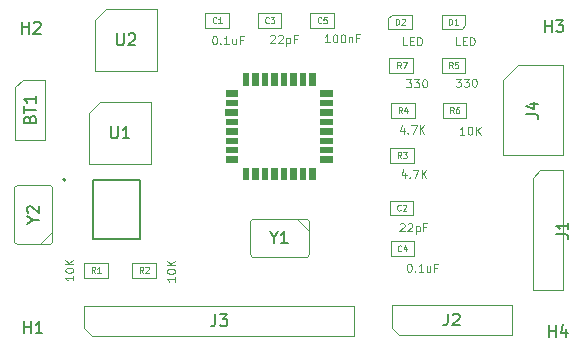
<source format=gbr>
%TF.GenerationSoftware,KiCad,Pcbnew,9.0.0*%
%TF.CreationDate,2025-05-30T17:35:02+05:30*%
%TF.ProjectId,MCU datalogger,4d435520-6461-4746-916c-6f676765722e,1*%
%TF.SameCoordinates,Original*%
%TF.FileFunction,AssemblyDrawing,Top*%
%FSLAX46Y46*%
G04 Gerber Fmt 4.6, Leading zero omitted, Abs format (unit mm)*
G04 Created by KiCad (PCBNEW 9.0.0) date 2025-05-30 17:35:02*
%MOMM*%
%LPD*%
G01*
G04 APERTURE LIST*
%ADD10C,0.150000*%
%ADD11C,0.100000*%
%ADD12C,0.080000*%
%ADD13C,0.010000*%
%ADD14C,0.127000*%
%ADD15C,0.200000*%
G04 APERTURE END LIST*
D10*
X65074895Y-89380219D02*
X65074895Y-88380219D01*
X65074895Y-88856409D02*
X65646323Y-88856409D01*
X65646323Y-89380219D02*
X65646323Y-88380219D01*
X66074895Y-88475457D02*
X66122514Y-88427838D01*
X66122514Y-88427838D02*
X66217752Y-88380219D01*
X66217752Y-88380219D02*
X66455847Y-88380219D01*
X66455847Y-88380219D02*
X66551085Y-88427838D01*
X66551085Y-88427838D02*
X66598704Y-88475457D01*
X66598704Y-88475457D02*
X66646323Y-88570695D01*
X66646323Y-88570695D02*
X66646323Y-88665933D01*
X66646323Y-88665933D02*
X66598704Y-88808790D01*
X66598704Y-88808790D02*
X66027276Y-89380219D01*
X66027276Y-89380219D02*
X66646323Y-89380219D01*
D11*
X91118666Y-90133033D02*
X90718666Y-90133033D01*
X90918666Y-90133033D02*
X90918666Y-89433033D01*
X90918666Y-89433033D02*
X90851999Y-89533033D01*
X90851999Y-89533033D02*
X90785333Y-89599700D01*
X90785333Y-89599700D02*
X90718666Y-89633033D01*
X91552000Y-89433033D02*
X91618666Y-89433033D01*
X91618666Y-89433033D02*
X91685333Y-89466366D01*
X91685333Y-89466366D02*
X91718666Y-89499700D01*
X91718666Y-89499700D02*
X91752000Y-89566366D01*
X91752000Y-89566366D02*
X91785333Y-89699700D01*
X91785333Y-89699700D02*
X91785333Y-89866366D01*
X91785333Y-89866366D02*
X91752000Y-89999700D01*
X91752000Y-89999700D02*
X91718666Y-90066366D01*
X91718666Y-90066366D02*
X91685333Y-90099700D01*
X91685333Y-90099700D02*
X91618666Y-90133033D01*
X91618666Y-90133033D02*
X91552000Y-90133033D01*
X91552000Y-90133033D02*
X91485333Y-90099700D01*
X91485333Y-90099700D02*
X91452000Y-90066366D01*
X91452000Y-90066366D02*
X91418666Y-89999700D01*
X91418666Y-89999700D02*
X91385333Y-89866366D01*
X91385333Y-89866366D02*
X91385333Y-89699700D01*
X91385333Y-89699700D02*
X91418666Y-89566366D01*
X91418666Y-89566366D02*
X91452000Y-89499700D01*
X91452000Y-89499700D02*
X91485333Y-89466366D01*
X91485333Y-89466366D02*
X91552000Y-89433033D01*
X92218667Y-89433033D02*
X92285333Y-89433033D01*
X92285333Y-89433033D02*
X92352000Y-89466366D01*
X92352000Y-89466366D02*
X92385333Y-89499700D01*
X92385333Y-89499700D02*
X92418667Y-89566366D01*
X92418667Y-89566366D02*
X92452000Y-89699700D01*
X92452000Y-89699700D02*
X92452000Y-89866366D01*
X92452000Y-89866366D02*
X92418667Y-89999700D01*
X92418667Y-89999700D02*
X92385333Y-90066366D01*
X92385333Y-90066366D02*
X92352000Y-90099700D01*
X92352000Y-90099700D02*
X92285333Y-90133033D01*
X92285333Y-90133033D02*
X92218667Y-90133033D01*
X92218667Y-90133033D02*
X92152000Y-90099700D01*
X92152000Y-90099700D02*
X92118667Y-90066366D01*
X92118667Y-90066366D02*
X92085333Y-89999700D01*
X92085333Y-89999700D02*
X92052000Y-89866366D01*
X92052000Y-89866366D02*
X92052000Y-89699700D01*
X92052000Y-89699700D02*
X92085333Y-89566366D01*
X92085333Y-89566366D02*
X92118667Y-89499700D01*
X92118667Y-89499700D02*
X92152000Y-89466366D01*
X92152000Y-89466366D02*
X92218667Y-89433033D01*
X92752000Y-89666366D02*
X92752000Y-90133033D01*
X92752000Y-89733033D02*
X92785334Y-89699700D01*
X92785334Y-89699700D02*
X92852000Y-89666366D01*
X92852000Y-89666366D02*
X92952000Y-89666366D01*
X92952000Y-89666366D02*
X93018667Y-89699700D01*
X93018667Y-89699700D02*
X93052000Y-89766366D01*
X93052000Y-89766366D02*
X93052000Y-90133033D01*
X93618667Y-89766366D02*
X93385333Y-89766366D01*
X93385333Y-90133033D02*
X93385333Y-89433033D01*
X93385333Y-89433033D02*
X93718667Y-89433033D01*
D12*
X90406666Y-88444530D02*
X90382857Y-88468340D01*
X90382857Y-88468340D02*
X90311428Y-88492149D01*
X90311428Y-88492149D02*
X90263809Y-88492149D01*
X90263809Y-88492149D02*
X90192381Y-88468340D01*
X90192381Y-88468340D02*
X90144762Y-88420720D01*
X90144762Y-88420720D02*
X90120952Y-88373101D01*
X90120952Y-88373101D02*
X90097143Y-88277863D01*
X90097143Y-88277863D02*
X90097143Y-88206435D01*
X90097143Y-88206435D02*
X90120952Y-88111197D01*
X90120952Y-88111197D02*
X90144762Y-88063578D01*
X90144762Y-88063578D02*
X90192381Y-88015959D01*
X90192381Y-88015959D02*
X90263809Y-87992149D01*
X90263809Y-87992149D02*
X90311428Y-87992149D01*
X90311428Y-87992149D02*
X90382857Y-88015959D01*
X90382857Y-88015959D02*
X90406666Y-88039768D01*
X90859047Y-87992149D02*
X90620952Y-87992149D01*
X90620952Y-87992149D02*
X90597143Y-88230244D01*
X90597143Y-88230244D02*
X90620952Y-88206435D01*
X90620952Y-88206435D02*
X90668571Y-88182625D01*
X90668571Y-88182625D02*
X90787619Y-88182625D01*
X90787619Y-88182625D02*
X90835238Y-88206435D01*
X90835238Y-88206435D02*
X90859047Y-88230244D01*
X90859047Y-88230244D02*
X90882857Y-88277863D01*
X90882857Y-88277863D02*
X90882857Y-88396911D01*
X90882857Y-88396911D02*
X90859047Y-88444530D01*
X90859047Y-88444530D02*
X90835238Y-88468340D01*
X90835238Y-88468340D02*
X90787619Y-88492149D01*
X90787619Y-88492149D02*
X90668571Y-88492149D01*
X90668571Y-88492149D02*
X90620952Y-88468340D01*
X90620952Y-88468340D02*
X90597143Y-88444530D01*
D11*
X97695600Y-90387033D02*
X97362266Y-90387033D01*
X97362266Y-90387033D02*
X97362266Y-89687033D01*
X97928933Y-90020366D02*
X98162267Y-90020366D01*
X98262267Y-90387033D02*
X97928933Y-90387033D01*
X97928933Y-90387033D02*
X97928933Y-89687033D01*
X97928933Y-89687033D02*
X98262267Y-89687033D01*
X98562266Y-90387033D02*
X98562266Y-89687033D01*
X98562266Y-89687033D02*
X98728933Y-89687033D01*
X98728933Y-89687033D02*
X98828933Y-89720366D01*
X98828933Y-89720366D02*
X98895600Y-89787033D01*
X98895600Y-89787033D02*
X98928933Y-89853700D01*
X98928933Y-89853700D02*
X98962266Y-89987033D01*
X98962266Y-89987033D02*
X98962266Y-90087033D01*
X98962266Y-90087033D02*
X98928933Y-90220366D01*
X98928933Y-90220366D02*
X98895600Y-90287033D01*
X98895600Y-90287033D02*
X98828933Y-90353700D01*
X98828933Y-90353700D02*
X98728933Y-90387033D01*
X98728933Y-90387033D02*
X98562266Y-90387033D01*
D12*
X96737452Y-88619149D02*
X96737452Y-88119149D01*
X96737452Y-88119149D02*
X96856500Y-88119149D01*
X96856500Y-88119149D02*
X96927928Y-88142959D01*
X96927928Y-88142959D02*
X96975547Y-88190578D01*
X96975547Y-88190578D02*
X96999357Y-88238197D01*
X96999357Y-88238197D02*
X97023166Y-88333435D01*
X97023166Y-88333435D02*
X97023166Y-88404863D01*
X97023166Y-88404863D02*
X96999357Y-88500101D01*
X96999357Y-88500101D02*
X96975547Y-88547720D01*
X96975547Y-88547720D02*
X96927928Y-88595340D01*
X96927928Y-88595340D02*
X96856500Y-88619149D01*
X96856500Y-88619149D02*
X96737452Y-88619149D01*
X97213643Y-88166768D02*
X97237452Y-88142959D01*
X97237452Y-88142959D02*
X97285071Y-88119149D01*
X97285071Y-88119149D02*
X97404119Y-88119149D01*
X97404119Y-88119149D02*
X97451738Y-88142959D01*
X97451738Y-88142959D02*
X97475547Y-88166768D01*
X97475547Y-88166768D02*
X97499357Y-88214387D01*
X97499357Y-88214387D02*
X97499357Y-88262006D01*
X97499357Y-88262006D02*
X97475547Y-88333435D01*
X97475547Y-88333435D02*
X97189833Y-88619149D01*
X97189833Y-88619149D02*
X97499357Y-88619149D01*
D10*
X65227295Y-114729419D02*
X65227295Y-113729419D01*
X65227295Y-114205609D02*
X65798723Y-114205609D01*
X65798723Y-114729419D02*
X65798723Y-113729419D01*
X66798723Y-114729419D02*
X66227295Y-114729419D01*
X66513009Y-114729419D02*
X66513009Y-113729419D01*
X66513009Y-113729419D02*
X66417771Y-113872276D01*
X66417771Y-113872276D02*
X66322533Y-113967514D01*
X66322533Y-113967514D02*
X66227295Y-114015133D01*
X109338095Y-89244819D02*
X109338095Y-88244819D01*
X109338095Y-88721009D02*
X109909523Y-88721009D01*
X109909523Y-89244819D02*
X109909523Y-88244819D01*
X110290476Y-88244819D02*
X110909523Y-88244819D01*
X110909523Y-88244819D02*
X110576190Y-88625771D01*
X110576190Y-88625771D02*
X110719047Y-88625771D01*
X110719047Y-88625771D02*
X110814285Y-88673390D01*
X110814285Y-88673390D02*
X110861904Y-88721009D01*
X110861904Y-88721009D02*
X110909523Y-88816247D01*
X110909523Y-88816247D02*
X110909523Y-89054342D01*
X110909523Y-89054342D02*
X110861904Y-89149580D01*
X110861904Y-89149580D02*
X110814285Y-89197200D01*
X110814285Y-89197200D02*
X110719047Y-89244819D01*
X110719047Y-89244819D02*
X110433333Y-89244819D01*
X110433333Y-89244819D02*
X110338095Y-89197200D01*
X110338095Y-89197200D02*
X110290476Y-89149580D01*
X109677295Y-115059619D02*
X109677295Y-114059619D01*
X109677295Y-114535809D02*
X110248723Y-114535809D01*
X110248723Y-115059619D02*
X110248723Y-114059619D01*
X111153485Y-114392952D02*
X111153485Y-115059619D01*
X110915390Y-114012000D02*
X110677295Y-114726285D01*
X110677295Y-114726285D02*
X111296342Y-114726285D01*
X66018628Y-105184190D02*
X66494819Y-105184190D01*
X65494819Y-105517523D02*
X66018628Y-105184190D01*
X66018628Y-105184190D02*
X65494819Y-104850857D01*
X65590057Y-104565142D02*
X65542438Y-104517523D01*
X65542438Y-104517523D02*
X65494819Y-104422285D01*
X65494819Y-104422285D02*
X65494819Y-104184190D01*
X65494819Y-104184190D02*
X65542438Y-104088952D01*
X65542438Y-104088952D02*
X65590057Y-104041333D01*
X65590057Y-104041333D02*
X65685295Y-103993714D01*
X65685295Y-103993714D02*
X65780533Y-103993714D01*
X65780533Y-103993714D02*
X65923390Y-104041333D01*
X65923390Y-104041333D02*
X66494819Y-104612761D01*
X66494819Y-104612761D02*
X66494819Y-103993714D01*
X86391809Y-106658628D02*
X86391809Y-107134819D01*
X86058476Y-106134819D02*
X86391809Y-106658628D01*
X86391809Y-106658628D02*
X86725142Y-106134819D01*
X87582285Y-107134819D02*
X87010857Y-107134819D01*
X87296571Y-107134819D02*
X87296571Y-106134819D01*
X87296571Y-106134819D02*
X87201333Y-106277676D01*
X87201333Y-106277676D02*
X87106095Y-106372914D01*
X87106095Y-106372914D02*
X87010857Y-106420533D01*
D11*
X69432033Y-109881133D02*
X69432033Y-110281133D01*
X69432033Y-110081133D02*
X68732033Y-110081133D01*
X68732033Y-110081133D02*
X68832033Y-110147800D01*
X68832033Y-110147800D02*
X68898700Y-110214467D01*
X68898700Y-110214467D02*
X68932033Y-110281133D01*
X68732033Y-109447800D02*
X68732033Y-109381133D01*
X68732033Y-109381133D02*
X68765366Y-109314466D01*
X68765366Y-109314466D02*
X68798700Y-109281133D01*
X68798700Y-109281133D02*
X68865366Y-109247800D01*
X68865366Y-109247800D02*
X68998700Y-109214466D01*
X68998700Y-109214466D02*
X69165366Y-109214466D01*
X69165366Y-109214466D02*
X69298700Y-109247800D01*
X69298700Y-109247800D02*
X69365366Y-109281133D01*
X69365366Y-109281133D02*
X69398700Y-109314466D01*
X69398700Y-109314466D02*
X69432033Y-109381133D01*
X69432033Y-109381133D02*
X69432033Y-109447800D01*
X69432033Y-109447800D02*
X69398700Y-109514466D01*
X69398700Y-109514466D02*
X69365366Y-109547800D01*
X69365366Y-109547800D02*
X69298700Y-109581133D01*
X69298700Y-109581133D02*
X69165366Y-109614466D01*
X69165366Y-109614466D02*
X68998700Y-109614466D01*
X68998700Y-109614466D02*
X68865366Y-109581133D01*
X68865366Y-109581133D02*
X68798700Y-109547800D01*
X68798700Y-109547800D02*
X68765366Y-109514466D01*
X68765366Y-109514466D02*
X68732033Y-109447800D01*
X69432033Y-108914466D02*
X68732033Y-108914466D01*
X69432033Y-108514466D02*
X69032033Y-108814466D01*
X68732033Y-108514466D02*
X69132033Y-108914466D01*
D12*
X71250666Y-109637649D02*
X71084000Y-109399554D01*
X70964952Y-109637649D02*
X70964952Y-109137649D01*
X70964952Y-109137649D02*
X71155428Y-109137649D01*
X71155428Y-109137649D02*
X71203047Y-109161459D01*
X71203047Y-109161459D02*
X71226857Y-109185268D01*
X71226857Y-109185268D02*
X71250666Y-109232887D01*
X71250666Y-109232887D02*
X71250666Y-109304316D01*
X71250666Y-109304316D02*
X71226857Y-109351935D01*
X71226857Y-109351935D02*
X71203047Y-109375744D01*
X71203047Y-109375744D02*
X71155428Y-109399554D01*
X71155428Y-109399554D02*
X70964952Y-109399554D01*
X71726857Y-109637649D02*
X71441143Y-109637649D01*
X71584000Y-109637649D02*
X71584000Y-109137649D01*
X71584000Y-109137649D02*
X71536381Y-109209078D01*
X71536381Y-109209078D02*
X71488762Y-109256697D01*
X71488762Y-109256697D02*
X71441143Y-109280506D01*
D11*
X97823600Y-108864033D02*
X97890266Y-108864033D01*
X97890266Y-108864033D02*
X97956933Y-108897366D01*
X97956933Y-108897366D02*
X97990266Y-108930700D01*
X97990266Y-108930700D02*
X98023600Y-108997366D01*
X98023600Y-108997366D02*
X98056933Y-109130700D01*
X98056933Y-109130700D02*
X98056933Y-109297366D01*
X98056933Y-109297366D02*
X98023600Y-109430700D01*
X98023600Y-109430700D02*
X97990266Y-109497366D01*
X97990266Y-109497366D02*
X97956933Y-109530700D01*
X97956933Y-109530700D02*
X97890266Y-109564033D01*
X97890266Y-109564033D02*
X97823600Y-109564033D01*
X97823600Y-109564033D02*
X97756933Y-109530700D01*
X97756933Y-109530700D02*
X97723600Y-109497366D01*
X97723600Y-109497366D02*
X97690266Y-109430700D01*
X97690266Y-109430700D02*
X97656933Y-109297366D01*
X97656933Y-109297366D02*
X97656933Y-109130700D01*
X97656933Y-109130700D02*
X97690266Y-108997366D01*
X97690266Y-108997366D02*
X97723600Y-108930700D01*
X97723600Y-108930700D02*
X97756933Y-108897366D01*
X97756933Y-108897366D02*
X97823600Y-108864033D01*
X98356933Y-109497366D02*
X98390267Y-109530700D01*
X98390267Y-109530700D02*
X98356933Y-109564033D01*
X98356933Y-109564033D02*
X98323600Y-109530700D01*
X98323600Y-109530700D02*
X98356933Y-109497366D01*
X98356933Y-109497366D02*
X98356933Y-109564033D01*
X99056933Y-109564033D02*
X98656933Y-109564033D01*
X98856933Y-109564033D02*
X98856933Y-108864033D01*
X98856933Y-108864033D02*
X98790266Y-108964033D01*
X98790266Y-108964033D02*
X98723600Y-109030700D01*
X98723600Y-109030700D02*
X98656933Y-109064033D01*
X99656933Y-109097366D02*
X99656933Y-109564033D01*
X99356933Y-109097366D02*
X99356933Y-109464033D01*
X99356933Y-109464033D02*
X99390267Y-109530700D01*
X99390267Y-109530700D02*
X99456933Y-109564033D01*
X99456933Y-109564033D02*
X99556933Y-109564033D01*
X99556933Y-109564033D02*
X99623600Y-109530700D01*
X99623600Y-109530700D02*
X99656933Y-109497366D01*
X100223600Y-109197366D02*
X99990266Y-109197366D01*
X99990266Y-109564033D02*
X99990266Y-108864033D01*
X99990266Y-108864033D02*
X100323600Y-108864033D01*
D12*
X97198666Y-107773930D02*
X97174857Y-107797740D01*
X97174857Y-107797740D02*
X97103428Y-107821549D01*
X97103428Y-107821549D02*
X97055809Y-107821549D01*
X97055809Y-107821549D02*
X96984381Y-107797740D01*
X96984381Y-107797740D02*
X96936762Y-107750120D01*
X96936762Y-107750120D02*
X96912952Y-107702501D01*
X96912952Y-107702501D02*
X96889143Y-107607263D01*
X96889143Y-107607263D02*
X96889143Y-107535835D01*
X96889143Y-107535835D02*
X96912952Y-107440597D01*
X96912952Y-107440597D02*
X96936762Y-107392978D01*
X96936762Y-107392978D02*
X96984381Y-107345359D01*
X96984381Y-107345359D02*
X97055809Y-107321549D01*
X97055809Y-107321549D02*
X97103428Y-107321549D01*
X97103428Y-107321549D02*
X97174857Y-107345359D01*
X97174857Y-107345359D02*
X97198666Y-107369168D01*
X97627238Y-107488216D02*
X97627238Y-107821549D01*
X97508190Y-107297740D02*
X97389143Y-107654882D01*
X97389143Y-107654882D02*
X97698666Y-107654882D01*
D11*
X97378133Y-97387966D02*
X97378133Y-97854633D01*
X97211467Y-97121300D02*
X97044800Y-97621300D01*
X97044800Y-97621300D02*
X97478133Y-97621300D01*
X97744800Y-97787966D02*
X97778134Y-97821300D01*
X97778134Y-97821300D02*
X97744800Y-97854633D01*
X97744800Y-97854633D02*
X97711467Y-97821300D01*
X97711467Y-97821300D02*
X97744800Y-97787966D01*
X97744800Y-97787966D02*
X97744800Y-97854633D01*
X98011467Y-97154633D02*
X98478133Y-97154633D01*
X98478133Y-97154633D02*
X98178133Y-97854633D01*
X98744800Y-97854633D02*
X98744800Y-97154633D01*
X99144800Y-97854633D02*
X98844800Y-97454633D01*
X99144800Y-97154633D02*
X98744800Y-97554633D01*
D12*
X97255166Y-96112149D02*
X97088500Y-95874054D01*
X96969452Y-96112149D02*
X96969452Y-95612149D01*
X96969452Y-95612149D02*
X97159928Y-95612149D01*
X97159928Y-95612149D02*
X97207547Y-95635959D01*
X97207547Y-95635959D02*
X97231357Y-95659768D01*
X97231357Y-95659768D02*
X97255166Y-95707387D01*
X97255166Y-95707387D02*
X97255166Y-95778816D01*
X97255166Y-95778816D02*
X97231357Y-95826435D01*
X97231357Y-95826435D02*
X97207547Y-95850244D01*
X97207547Y-95850244D02*
X97159928Y-95874054D01*
X97159928Y-95874054D02*
X96969452Y-95874054D01*
X97683738Y-95778816D02*
X97683738Y-96112149D01*
X97564690Y-95588340D02*
X97445643Y-95945482D01*
X97445643Y-95945482D02*
X97755166Y-95945482D01*
D11*
X97541833Y-101147166D02*
X97541833Y-101613833D01*
X97375167Y-100880500D02*
X97208500Y-101380500D01*
X97208500Y-101380500D02*
X97641833Y-101380500D01*
X97908500Y-101547166D02*
X97941834Y-101580500D01*
X97941834Y-101580500D02*
X97908500Y-101613833D01*
X97908500Y-101613833D02*
X97875167Y-101580500D01*
X97875167Y-101580500D02*
X97908500Y-101547166D01*
X97908500Y-101547166D02*
X97908500Y-101613833D01*
X98175167Y-100913833D02*
X98641833Y-100913833D01*
X98641833Y-100913833D02*
X98341833Y-101613833D01*
X98908500Y-101613833D02*
X98908500Y-100913833D01*
X99308500Y-101613833D02*
X99008500Y-101213833D01*
X99308500Y-100913833D02*
X98908500Y-101313833D01*
D12*
X97175166Y-99922149D02*
X97008500Y-99684054D01*
X96889452Y-99922149D02*
X96889452Y-99422149D01*
X96889452Y-99422149D02*
X97079928Y-99422149D01*
X97079928Y-99422149D02*
X97127547Y-99445959D01*
X97127547Y-99445959D02*
X97151357Y-99469768D01*
X97151357Y-99469768D02*
X97175166Y-99517387D01*
X97175166Y-99517387D02*
X97175166Y-99588816D01*
X97175166Y-99588816D02*
X97151357Y-99636435D01*
X97151357Y-99636435D02*
X97127547Y-99660244D01*
X97127547Y-99660244D02*
X97079928Y-99684054D01*
X97079928Y-99684054D02*
X96889452Y-99684054D01*
X97341833Y-99422149D02*
X97651357Y-99422149D01*
X97651357Y-99422149D02*
X97484690Y-99612625D01*
X97484690Y-99612625D02*
X97556119Y-99612625D01*
X97556119Y-99612625D02*
X97603738Y-99636435D01*
X97603738Y-99636435D02*
X97627547Y-99660244D01*
X97627547Y-99660244D02*
X97651357Y-99707863D01*
X97651357Y-99707863D02*
X97651357Y-99826911D01*
X97651357Y-99826911D02*
X97627547Y-99874530D01*
X97627547Y-99874530D02*
X97603738Y-99898340D01*
X97603738Y-99898340D02*
X97556119Y-99922149D01*
X97556119Y-99922149D02*
X97413262Y-99922149D01*
X97413262Y-99922149D02*
X97365643Y-99898340D01*
X97365643Y-99898340D02*
X97341833Y-99874530D01*
D10*
X110330819Y-106378333D02*
X111045104Y-106378333D01*
X111045104Y-106378333D02*
X111187961Y-106425952D01*
X111187961Y-106425952D02*
X111283200Y-106521190D01*
X111283200Y-106521190D02*
X111330819Y-106664047D01*
X111330819Y-106664047D02*
X111330819Y-106759285D01*
X111330819Y-105378333D02*
X111330819Y-105949761D01*
X111330819Y-105664047D02*
X110330819Y-105664047D01*
X110330819Y-105664047D02*
X110473676Y-105759285D01*
X110473676Y-105759285D02*
X110568914Y-105854523D01*
X110568914Y-105854523D02*
X110616533Y-105949761D01*
X107785819Y-96218333D02*
X108500104Y-96218333D01*
X108500104Y-96218333D02*
X108642961Y-96265952D01*
X108642961Y-96265952D02*
X108738200Y-96361190D01*
X108738200Y-96361190D02*
X108785819Y-96504047D01*
X108785819Y-96504047D02*
X108785819Y-96599285D01*
X108119152Y-95313571D02*
X108785819Y-95313571D01*
X107738200Y-95551666D02*
X108452485Y-95789761D01*
X108452485Y-95789761D02*
X108452485Y-95170714D01*
D11*
X81349200Y-89585433D02*
X81415866Y-89585433D01*
X81415866Y-89585433D02*
X81482533Y-89618766D01*
X81482533Y-89618766D02*
X81515866Y-89652100D01*
X81515866Y-89652100D02*
X81549200Y-89718766D01*
X81549200Y-89718766D02*
X81582533Y-89852100D01*
X81582533Y-89852100D02*
X81582533Y-90018766D01*
X81582533Y-90018766D02*
X81549200Y-90152100D01*
X81549200Y-90152100D02*
X81515866Y-90218766D01*
X81515866Y-90218766D02*
X81482533Y-90252100D01*
X81482533Y-90252100D02*
X81415866Y-90285433D01*
X81415866Y-90285433D02*
X81349200Y-90285433D01*
X81349200Y-90285433D02*
X81282533Y-90252100D01*
X81282533Y-90252100D02*
X81249200Y-90218766D01*
X81249200Y-90218766D02*
X81215866Y-90152100D01*
X81215866Y-90152100D02*
X81182533Y-90018766D01*
X81182533Y-90018766D02*
X81182533Y-89852100D01*
X81182533Y-89852100D02*
X81215866Y-89718766D01*
X81215866Y-89718766D02*
X81249200Y-89652100D01*
X81249200Y-89652100D02*
X81282533Y-89618766D01*
X81282533Y-89618766D02*
X81349200Y-89585433D01*
X81882533Y-90218766D02*
X81915867Y-90252100D01*
X81915867Y-90252100D02*
X81882533Y-90285433D01*
X81882533Y-90285433D02*
X81849200Y-90252100D01*
X81849200Y-90252100D02*
X81882533Y-90218766D01*
X81882533Y-90218766D02*
X81882533Y-90285433D01*
X82582533Y-90285433D02*
X82182533Y-90285433D01*
X82382533Y-90285433D02*
X82382533Y-89585433D01*
X82382533Y-89585433D02*
X82315866Y-89685433D01*
X82315866Y-89685433D02*
X82249200Y-89752100D01*
X82249200Y-89752100D02*
X82182533Y-89785433D01*
X83182533Y-89818766D02*
X83182533Y-90285433D01*
X82882533Y-89818766D02*
X82882533Y-90185433D01*
X82882533Y-90185433D02*
X82915867Y-90252100D01*
X82915867Y-90252100D02*
X82982533Y-90285433D01*
X82982533Y-90285433D02*
X83082533Y-90285433D01*
X83082533Y-90285433D02*
X83149200Y-90252100D01*
X83149200Y-90252100D02*
X83182533Y-90218766D01*
X83749200Y-89918766D02*
X83515866Y-89918766D01*
X83515866Y-90285433D02*
X83515866Y-89585433D01*
X83515866Y-89585433D02*
X83849200Y-89585433D01*
D12*
X81516666Y-88444530D02*
X81492857Y-88468340D01*
X81492857Y-88468340D02*
X81421428Y-88492149D01*
X81421428Y-88492149D02*
X81373809Y-88492149D01*
X81373809Y-88492149D02*
X81302381Y-88468340D01*
X81302381Y-88468340D02*
X81254762Y-88420720D01*
X81254762Y-88420720D02*
X81230952Y-88373101D01*
X81230952Y-88373101D02*
X81207143Y-88277863D01*
X81207143Y-88277863D02*
X81207143Y-88206435D01*
X81207143Y-88206435D02*
X81230952Y-88111197D01*
X81230952Y-88111197D02*
X81254762Y-88063578D01*
X81254762Y-88063578D02*
X81302381Y-88015959D01*
X81302381Y-88015959D02*
X81373809Y-87992149D01*
X81373809Y-87992149D02*
X81421428Y-87992149D01*
X81421428Y-87992149D02*
X81492857Y-88015959D01*
X81492857Y-88015959D02*
X81516666Y-88039768D01*
X81992857Y-88492149D02*
X81707143Y-88492149D01*
X81850000Y-88492149D02*
X81850000Y-87992149D01*
X81850000Y-87992149D02*
X81802381Y-88063578D01*
X81802381Y-88063578D02*
X81754762Y-88111197D01*
X81754762Y-88111197D02*
X81707143Y-88135006D01*
D11*
X101817600Y-93192233D02*
X102250933Y-93192233D01*
X102250933Y-93192233D02*
X102017600Y-93458900D01*
X102017600Y-93458900D02*
X102117600Y-93458900D01*
X102117600Y-93458900D02*
X102184266Y-93492233D01*
X102184266Y-93492233D02*
X102217600Y-93525566D01*
X102217600Y-93525566D02*
X102250933Y-93592233D01*
X102250933Y-93592233D02*
X102250933Y-93758900D01*
X102250933Y-93758900D02*
X102217600Y-93825566D01*
X102217600Y-93825566D02*
X102184266Y-93858900D01*
X102184266Y-93858900D02*
X102117600Y-93892233D01*
X102117600Y-93892233D02*
X101917600Y-93892233D01*
X101917600Y-93892233D02*
X101850933Y-93858900D01*
X101850933Y-93858900D02*
X101817600Y-93825566D01*
X102484267Y-93192233D02*
X102917600Y-93192233D01*
X102917600Y-93192233D02*
X102684267Y-93458900D01*
X102684267Y-93458900D02*
X102784267Y-93458900D01*
X102784267Y-93458900D02*
X102850933Y-93492233D01*
X102850933Y-93492233D02*
X102884267Y-93525566D01*
X102884267Y-93525566D02*
X102917600Y-93592233D01*
X102917600Y-93592233D02*
X102917600Y-93758900D01*
X102917600Y-93758900D02*
X102884267Y-93825566D01*
X102884267Y-93825566D02*
X102850933Y-93858900D01*
X102850933Y-93858900D02*
X102784267Y-93892233D01*
X102784267Y-93892233D02*
X102584267Y-93892233D01*
X102584267Y-93892233D02*
X102517600Y-93858900D01*
X102517600Y-93858900D02*
X102484267Y-93825566D01*
X103350934Y-93192233D02*
X103417600Y-93192233D01*
X103417600Y-93192233D02*
X103484267Y-93225566D01*
X103484267Y-93225566D02*
X103517600Y-93258900D01*
X103517600Y-93258900D02*
X103550934Y-93325566D01*
X103550934Y-93325566D02*
X103584267Y-93458900D01*
X103584267Y-93458900D02*
X103584267Y-93625566D01*
X103584267Y-93625566D02*
X103550934Y-93758900D01*
X103550934Y-93758900D02*
X103517600Y-93825566D01*
X103517600Y-93825566D02*
X103484267Y-93858900D01*
X103484267Y-93858900D02*
X103417600Y-93892233D01*
X103417600Y-93892233D02*
X103350934Y-93892233D01*
X103350934Y-93892233D02*
X103284267Y-93858900D01*
X103284267Y-93858900D02*
X103250934Y-93825566D01*
X103250934Y-93825566D02*
X103217600Y-93758900D01*
X103217600Y-93758900D02*
X103184267Y-93625566D01*
X103184267Y-93625566D02*
X103184267Y-93458900D01*
X103184267Y-93458900D02*
X103217600Y-93325566D01*
X103217600Y-93325566D02*
X103250934Y-93258900D01*
X103250934Y-93258900D02*
X103284267Y-93225566D01*
X103284267Y-93225566D02*
X103350934Y-93192233D01*
D12*
X101540166Y-92302149D02*
X101373500Y-92064054D01*
X101254452Y-92302149D02*
X101254452Y-91802149D01*
X101254452Y-91802149D02*
X101444928Y-91802149D01*
X101444928Y-91802149D02*
X101492547Y-91825959D01*
X101492547Y-91825959D02*
X101516357Y-91849768D01*
X101516357Y-91849768D02*
X101540166Y-91897387D01*
X101540166Y-91897387D02*
X101540166Y-91968816D01*
X101540166Y-91968816D02*
X101516357Y-92016435D01*
X101516357Y-92016435D02*
X101492547Y-92040244D01*
X101492547Y-92040244D02*
X101444928Y-92064054D01*
X101444928Y-92064054D02*
X101254452Y-92064054D01*
X101992547Y-91802149D02*
X101754452Y-91802149D01*
X101754452Y-91802149D02*
X101730643Y-92040244D01*
X101730643Y-92040244D02*
X101754452Y-92016435D01*
X101754452Y-92016435D02*
X101802071Y-91992625D01*
X101802071Y-91992625D02*
X101921119Y-91992625D01*
X101921119Y-91992625D02*
X101968738Y-92016435D01*
X101968738Y-92016435D02*
X101992547Y-92040244D01*
X101992547Y-92040244D02*
X102016357Y-92087863D01*
X102016357Y-92087863D02*
X102016357Y-92206911D01*
X102016357Y-92206911D02*
X101992547Y-92254530D01*
X101992547Y-92254530D02*
X101968738Y-92278340D01*
X101968738Y-92278340D02*
X101921119Y-92302149D01*
X101921119Y-92302149D02*
X101802071Y-92302149D01*
X101802071Y-92302149D02*
X101754452Y-92278340D01*
X101754452Y-92278340D02*
X101730643Y-92254530D01*
D11*
X102150000Y-90387033D02*
X101816666Y-90387033D01*
X101816666Y-90387033D02*
X101816666Y-89687033D01*
X102383333Y-90020366D02*
X102616667Y-90020366D01*
X102716667Y-90387033D02*
X102383333Y-90387033D01*
X102383333Y-90387033D02*
X102383333Y-89687033D01*
X102383333Y-89687033D02*
X102716667Y-89687033D01*
X103016666Y-90387033D02*
X103016666Y-89687033D01*
X103016666Y-89687033D02*
X103183333Y-89687033D01*
X103183333Y-89687033D02*
X103283333Y-89720366D01*
X103283333Y-89720366D02*
X103350000Y-89787033D01*
X103350000Y-89787033D02*
X103383333Y-89853700D01*
X103383333Y-89853700D02*
X103416666Y-89987033D01*
X103416666Y-89987033D02*
X103416666Y-90087033D01*
X103416666Y-90087033D02*
X103383333Y-90220366D01*
X103383333Y-90220366D02*
X103350000Y-90287033D01*
X103350000Y-90287033D02*
X103283333Y-90353700D01*
X103283333Y-90353700D02*
X103183333Y-90387033D01*
X103183333Y-90387033D02*
X103016666Y-90387033D01*
D12*
X101230952Y-88619149D02*
X101230952Y-88119149D01*
X101230952Y-88119149D02*
X101350000Y-88119149D01*
X101350000Y-88119149D02*
X101421428Y-88142959D01*
X101421428Y-88142959D02*
X101469047Y-88190578D01*
X101469047Y-88190578D02*
X101492857Y-88238197D01*
X101492857Y-88238197D02*
X101516666Y-88333435D01*
X101516666Y-88333435D02*
X101516666Y-88404863D01*
X101516666Y-88404863D02*
X101492857Y-88500101D01*
X101492857Y-88500101D02*
X101469047Y-88547720D01*
X101469047Y-88547720D02*
X101421428Y-88595340D01*
X101421428Y-88595340D02*
X101350000Y-88619149D01*
X101350000Y-88619149D02*
X101230952Y-88619149D01*
X101992857Y-88619149D02*
X101707143Y-88619149D01*
X101850000Y-88619149D02*
X101850000Y-88119149D01*
X101850000Y-88119149D02*
X101802381Y-88190578D01*
X101802381Y-88190578D02*
X101754762Y-88238197D01*
X101754762Y-88238197D02*
X101707143Y-88262006D01*
D10*
X101124266Y-113094419D02*
X101124266Y-113808704D01*
X101124266Y-113808704D02*
X101076647Y-113951561D01*
X101076647Y-113951561D02*
X100981409Y-114046800D01*
X100981409Y-114046800D02*
X100838552Y-114094419D01*
X100838552Y-114094419D02*
X100743314Y-114094419D01*
X101552838Y-113189657D02*
X101600457Y-113142038D01*
X101600457Y-113142038D02*
X101695695Y-113094419D01*
X101695695Y-113094419D02*
X101933790Y-113094419D01*
X101933790Y-113094419D02*
X102029028Y-113142038D01*
X102029028Y-113142038D02*
X102076647Y-113189657D01*
X102076647Y-113189657D02*
X102124266Y-113284895D01*
X102124266Y-113284895D02*
X102124266Y-113380133D01*
X102124266Y-113380133D02*
X102076647Y-113522990D01*
X102076647Y-113522990D02*
X101505219Y-114094419D01*
X101505219Y-114094419D02*
X102124266Y-114094419D01*
D11*
X86099000Y-89550500D02*
X86132333Y-89517166D01*
X86132333Y-89517166D02*
X86199000Y-89483833D01*
X86199000Y-89483833D02*
X86365667Y-89483833D01*
X86365667Y-89483833D02*
X86432333Y-89517166D01*
X86432333Y-89517166D02*
X86465667Y-89550500D01*
X86465667Y-89550500D02*
X86499000Y-89617166D01*
X86499000Y-89617166D02*
X86499000Y-89683833D01*
X86499000Y-89683833D02*
X86465667Y-89783833D01*
X86465667Y-89783833D02*
X86065667Y-90183833D01*
X86065667Y-90183833D02*
X86499000Y-90183833D01*
X86765667Y-89550500D02*
X86799000Y-89517166D01*
X86799000Y-89517166D02*
X86865667Y-89483833D01*
X86865667Y-89483833D02*
X87032334Y-89483833D01*
X87032334Y-89483833D02*
X87099000Y-89517166D01*
X87099000Y-89517166D02*
X87132334Y-89550500D01*
X87132334Y-89550500D02*
X87165667Y-89617166D01*
X87165667Y-89617166D02*
X87165667Y-89683833D01*
X87165667Y-89683833D02*
X87132334Y-89783833D01*
X87132334Y-89783833D02*
X86732334Y-90183833D01*
X86732334Y-90183833D02*
X87165667Y-90183833D01*
X87465667Y-89717166D02*
X87465667Y-90417166D01*
X87465667Y-89750500D02*
X87532334Y-89717166D01*
X87532334Y-89717166D02*
X87665667Y-89717166D01*
X87665667Y-89717166D02*
X87732334Y-89750500D01*
X87732334Y-89750500D02*
X87765667Y-89783833D01*
X87765667Y-89783833D02*
X87799001Y-89850500D01*
X87799001Y-89850500D02*
X87799001Y-90050500D01*
X87799001Y-90050500D02*
X87765667Y-90117166D01*
X87765667Y-90117166D02*
X87732334Y-90150500D01*
X87732334Y-90150500D02*
X87665667Y-90183833D01*
X87665667Y-90183833D02*
X87532334Y-90183833D01*
X87532334Y-90183833D02*
X87465667Y-90150500D01*
X88332334Y-89817166D02*
X88099000Y-89817166D01*
X88099000Y-90183833D02*
X88099000Y-89483833D01*
X88099000Y-89483833D02*
X88432334Y-89483833D01*
D12*
X85956666Y-88444530D02*
X85932857Y-88468340D01*
X85932857Y-88468340D02*
X85861428Y-88492149D01*
X85861428Y-88492149D02*
X85813809Y-88492149D01*
X85813809Y-88492149D02*
X85742381Y-88468340D01*
X85742381Y-88468340D02*
X85694762Y-88420720D01*
X85694762Y-88420720D02*
X85670952Y-88373101D01*
X85670952Y-88373101D02*
X85647143Y-88277863D01*
X85647143Y-88277863D02*
X85647143Y-88206435D01*
X85647143Y-88206435D02*
X85670952Y-88111197D01*
X85670952Y-88111197D02*
X85694762Y-88063578D01*
X85694762Y-88063578D02*
X85742381Y-88015959D01*
X85742381Y-88015959D02*
X85813809Y-87992149D01*
X85813809Y-87992149D02*
X85861428Y-87992149D01*
X85861428Y-87992149D02*
X85932857Y-88015959D01*
X85932857Y-88015959D02*
X85956666Y-88039768D01*
X86123333Y-87992149D02*
X86432857Y-87992149D01*
X86432857Y-87992149D02*
X86266190Y-88182625D01*
X86266190Y-88182625D02*
X86337619Y-88182625D01*
X86337619Y-88182625D02*
X86385238Y-88206435D01*
X86385238Y-88206435D02*
X86409047Y-88230244D01*
X86409047Y-88230244D02*
X86432857Y-88277863D01*
X86432857Y-88277863D02*
X86432857Y-88396911D01*
X86432857Y-88396911D02*
X86409047Y-88444530D01*
X86409047Y-88444530D02*
X86385238Y-88468340D01*
X86385238Y-88468340D02*
X86337619Y-88492149D01*
X86337619Y-88492149D02*
X86194762Y-88492149D01*
X86194762Y-88492149D02*
X86147143Y-88468340D01*
X86147143Y-88468340D02*
X86123333Y-88444530D01*
D10*
X72606192Y-97244819D02*
X72606192Y-98054342D01*
X72606192Y-98054342D02*
X72653811Y-98149580D01*
X72653811Y-98149580D02*
X72701430Y-98197200D01*
X72701430Y-98197200D02*
X72796668Y-98244819D01*
X72796668Y-98244819D02*
X72987144Y-98244819D01*
X72987144Y-98244819D02*
X73082382Y-98197200D01*
X73082382Y-98197200D02*
X73130001Y-98149580D01*
X73130001Y-98149580D02*
X73177620Y-98054342D01*
X73177620Y-98054342D02*
X73177620Y-97244819D01*
X74177620Y-98244819D02*
X73606192Y-98244819D01*
X73891906Y-98244819D02*
X73891906Y-97244819D01*
X73891906Y-97244819D02*
X73796668Y-97387676D01*
X73796668Y-97387676D02*
X73701430Y-97482914D01*
X73701430Y-97482914D02*
X73606192Y-97530533D01*
D11*
X97601200Y-93243033D02*
X98034533Y-93243033D01*
X98034533Y-93243033D02*
X97801200Y-93509700D01*
X97801200Y-93509700D02*
X97901200Y-93509700D01*
X97901200Y-93509700D02*
X97967866Y-93543033D01*
X97967866Y-93543033D02*
X98001200Y-93576366D01*
X98001200Y-93576366D02*
X98034533Y-93643033D01*
X98034533Y-93643033D02*
X98034533Y-93809700D01*
X98034533Y-93809700D02*
X98001200Y-93876366D01*
X98001200Y-93876366D02*
X97967866Y-93909700D01*
X97967866Y-93909700D02*
X97901200Y-93943033D01*
X97901200Y-93943033D02*
X97701200Y-93943033D01*
X97701200Y-93943033D02*
X97634533Y-93909700D01*
X97634533Y-93909700D02*
X97601200Y-93876366D01*
X98267867Y-93243033D02*
X98701200Y-93243033D01*
X98701200Y-93243033D02*
X98467867Y-93509700D01*
X98467867Y-93509700D02*
X98567867Y-93509700D01*
X98567867Y-93509700D02*
X98634533Y-93543033D01*
X98634533Y-93543033D02*
X98667867Y-93576366D01*
X98667867Y-93576366D02*
X98701200Y-93643033D01*
X98701200Y-93643033D02*
X98701200Y-93809700D01*
X98701200Y-93809700D02*
X98667867Y-93876366D01*
X98667867Y-93876366D02*
X98634533Y-93909700D01*
X98634533Y-93909700D02*
X98567867Y-93943033D01*
X98567867Y-93943033D02*
X98367867Y-93943033D01*
X98367867Y-93943033D02*
X98301200Y-93909700D01*
X98301200Y-93909700D02*
X98267867Y-93876366D01*
X99134534Y-93243033D02*
X99201200Y-93243033D01*
X99201200Y-93243033D02*
X99267867Y-93276366D01*
X99267867Y-93276366D02*
X99301200Y-93309700D01*
X99301200Y-93309700D02*
X99334534Y-93376366D01*
X99334534Y-93376366D02*
X99367867Y-93509700D01*
X99367867Y-93509700D02*
X99367867Y-93676366D01*
X99367867Y-93676366D02*
X99334534Y-93809700D01*
X99334534Y-93809700D02*
X99301200Y-93876366D01*
X99301200Y-93876366D02*
X99267867Y-93909700D01*
X99267867Y-93909700D02*
X99201200Y-93943033D01*
X99201200Y-93943033D02*
X99134534Y-93943033D01*
X99134534Y-93943033D02*
X99067867Y-93909700D01*
X99067867Y-93909700D02*
X99034534Y-93876366D01*
X99034534Y-93876366D02*
X99001200Y-93809700D01*
X99001200Y-93809700D02*
X98967867Y-93676366D01*
X98967867Y-93676366D02*
X98967867Y-93509700D01*
X98967867Y-93509700D02*
X99001200Y-93376366D01*
X99001200Y-93376366D02*
X99034534Y-93309700D01*
X99034534Y-93309700D02*
X99067867Y-93276366D01*
X99067867Y-93276366D02*
X99134534Y-93243033D01*
D12*
X97147866Y-92302149D02*
X96981200Y-92064054D01*
X96862152Y-92302149D02*
X96862152Y-91802149D01*
X96862152Y-91802149D02*
X97052628Y-91802149D01*
X97052628Y-91802149D02*
X97100247Y-91825959D01*
X97100247Y-91825959D02*
X97124057Y-91849768D01*
X97124057Y-91849768D02*
X97147866Y-91897387D01*
X97147866Y-91897387D02*
X97147866Y-91968816D01*
X97147866Y-91968816D02*
X97124057Y-92016435D01*
X97124057Y-92016435D02*
X97100247Y-92040244D01*
X97100247Y-92040244D02*
X97052628Y-92064054D01*
X97052628Y-92064054D02*
X96862152Y-92064054D01*
X97314533Y-91802149D02*
X97647866Y-91802149D01*
X97647866Y-91802149D02*
X97433581Y-92302149D01*
D10*
X73114192Y-89370819D02*
X73114192Y-90180342D01*
X73114192Y-90180342D02*
X73161811Y-90275580D01*
X73161811Y-90275580D02*
X73209430Y-90323200D01*
X73209430Y-90323200D02*
X73304668Y-90370819D01*
X73304668Y-90370819D02*
X73495144Y-90370819D01*
X73495144Y-90370819D02*
X73590382Y-90323200D01*
X73590382Y-90323200D02*
X73638001Y-90275580D01*
X73638001Y-90275580D02*
X73685620Y-90180342D01*
X73685620Y-90180342D02*
X73685620Y-89370819D01*
X74114192Y-89466057D02*
X74161811Y-89418438D01*
X74161811Y-89418438D02*
X74257049Y-89370819D01*
X74257049Y-89370819D02*
X74495144Y-89370819D01*
X74495144Y-89370819D02*
X74590382Y-89418438D01*
X74590382Y-89418438D02*
X74638001Y-89466057D01*
X74638001Y-89466057D02*
X74685620Y-89561295D01*
X74685620Y-89561295D02*
X74685620Y-89656533D01*
X74685620Y-89656533D02*
X74638001Y-89799390D01*
X74638001Y-89799390D02*
X74066573Y-90370819D01*
X74066573Y-90370819D02*
X74685620Y-90370819D01*
D11*
X78042633Y-109982733D02*
X78042633Y-110382733D01*
X78042633Y-110182733D02*
X77342633Y-110182733D01*
X77342633Y-110182733D02*
X77442633Y-110249400D01*
X77442633Y-110249400D02*
X77509300Y-110316067D01*
X77509300Y-110316067D02*
X77542633Y-110382733D01*
X77342633Y-109549400D02*
X77342633Y-109482733D01*
X77342633Y-109482733D02*
X77375966Y-109416066D01*
X77375966Y-109416066D02*
X77409300Y-109382733D01*
X77409300Y-109382733D02*
X77475966Y-109349400D01*
X77475966Y-109349400D02*
X77609300Y-109316066D01*
X77609300Y-109316066D02*
X77775966Y-109316066D01*
X77775966Y-109316066D02*
X77909300Y-109349400D01*
X77909300Y-109349400D02*
X77975966Y-109382733D01*
X77975966Y-109382733D02*
X78009300Y-109416066D01*
X78009300Y-109416066D02*
X78042633Y-109482733D01*
X78042633Y-109482733D02*
X78042633Y-109549400D01*
X78042633Y-109549400D02*
X78009300Y-109616066D01*
X78009300Y-109616066D02*
X77975966Y-109649400D01*
X77975966Y-109649400D02*
X77909300Y-109682733D01*
X77909300Y-109682733D02*
X77775966Y-109716066D01*
X77775966Y-109716066D02*
X77609300Y-109716066D01*
X77609300Y-109716066D02*
X77475966Y-109682733D01*
X77475966Y-109682733D02*
X77409300Y-109649400D01*
X77409300Y-109649400D02*
X77375966Y-109616066D01*
X77375966Y-109616066D02*
X77342633Y-109549400D01*
X78042633Y-109016066D02*
X77342633Y-109016066D01*
X78042633Y-108616066D02*
X77642633Y-108916066D01*
X77342633Y-108616066D02*
X77742633Y-109016066D01*
D12*
X75338166Y-109637649D02*
X75171500Y-109399554D01*
X75052452Y-109637649D02*
X75052452Y-109137649D01*
X75052452Y-109137649D02*
X75242928Y-109137649D01*
X75242928Y-109137649D02*
X75290547Y-109161459D01*
X75290547Y-109161459D02*
X75314357Y-109185268D01*
X75314357Y-109185268D02*
X75338166Y-109232887D01*
X75338166Y-109232887D02*
X75338166Y-109304316D01*
X75338166Y-109304316D02*
X75314357Y-109351935D01*
X75314357Y-109351935D02*
X75290547Y-109375744D01*
X75290547Y-109375744D02*
X75242928Y-109399554D01*
X75242928Y-109399554D02*
X75052452Y-109399554D01*
X75528643Y-109185268D02*
X75552452Y-109161459D01*
X75552452Y-109161459D02*
X75600071Y-109137649D01*
X75600071Y-109137649D02*
X75719119Y-109137649D01*
X75719119Y-109137649D02*
X75766738Y-109161459D01*
X75766738Y-109161459D02*
X75790547Y-109185268D01*
X75790547Y-109185268D02*
X75814357Y-109232887D01*
X75814357Y-109232887D02*
X75814357Y-109280506D01*
X75814357Y-109280506D02*
X75790547Y-109351935D01*
X75790547Y-109351935D02*
X75504833Y-109637649D01*
X75504833Y-109637649D02*
X75814357Y-109637649D01*
D10*
X81454666Y-113145219D02*
X81454666Y-113859504D01*
X81454666Y-113859504D02*
X81407047Y-114002361D01*
X81407047Y-114002361D02*
X81311809Y-114097600D01*
X81311809Y-114097600D02*
X81168952Y-114145219D01*
X81168952Y-114145219D02*
X81073714Y-114145219D01*
X81835619Y-113145219D02*
X82454666Y-113145219D01*
X82454666Y-113145219D02*
X82121333Y-113526171D01*
X82121333Y-113526171D02*
X82264190Y-113526171D01*
X82264190Y-113526171D02*
X82359428Y-113573790D01*
X82359428Y-113573790D02*
X82407047Y-113621409D01*
X82407047Y-113621409D02*
X82454666Y-113716647D01*
X82454666Y-113716647D02*
X82454666Y-113954742D01*
X82454666Y-113954742D02*
X82407047Y-114049980D01*
X82407047Y-114049980D02*
X82359428Y-114097600D01*
X82359428Y-114097600D02*
X82264190Y-114145219D01*
X82264190Y-114145219D02*
X81978476Y-114145219D01*
X81978476Y-114145219D02*
X81883238Y-114097600D01*
X81883238Y-114097600D02*
X81835619Y-114049980D01*
D11*
X102539066Y-97956233D02*
X102139066Y-97956233D01*
X102339066Y-97956233D02*
X102339066Y-97256233D01*
X102339066Y-97256233D02*
X102272399Y-97356233D01*
X102272399Y-97356233D02*
X102205733Y-97422900D01*
X102205733Y-97422900D02*
X102139066Y-97456233D01*
X102972400Y-97256233D02*
X103039066Y-97256233D01*
X103039066Y-97256233D02*
X103105733Y-97289566D01*
X103105733Y-97289566D02*
X103139066Y-97322900D01*
X103139066Y-97322900D02*
X103172400Y-97389566D01*
X103172400Y-97389566D02*
X103205733Y-97522900D01*
X103205733Y-97522900D02*
X103205733Y-97689566D01*
X103205733Y-97689566D02*
X103172400Y-97822900D01*
X103172400Y-97822900D02*
X103139066Y-97889566D01*
X103139066Y-97889566D02*
X103105733Y-97922900D01*
X103105733Y-97922900D02*
X103039066Y-97956233D01*
X103039066Y-97956233D02*
X102972400Y-97956233D01*
X102972400Y-97956233D02*
X102905733Y-97922900D01*
X102905733Y-97922900D02*
X102872400Y-97889566D01*
X102872400Y-97889566D02*
X102839066Y-97822900D01*
X102839066Y-97822900D02*
X102805733Y-97689566D01*
X102805733Y-97689566D02*
X102805733Y-97522900D01*
X102805733Y-97522900D02*
X102839066Y-97389566D01*
X102839066Y-97389566D02*
X102872400Y-97322900D01*
X102872400Y-97322900D02*
X102905733Y-97289566D01*
X102905733Y-97289566D02*
X102972400Y-97256233D01*
X103505733Y-97956233D02*
X103505733Y-97256233D01*
X103905733Y-97956233D02*
X103605733Y-97556233D01*
X103905733Y-97256233D02*
X103505733Y-97656233D01*
D12*
X101620166Y-96112149D02*
X101453500Y-95874054D01*
X101334452Y-96112149D02*
X101334452Y-95612149D01*
X101334452Y-95612149D02*
X101524928Y-95612149D01*
X101524928Y-95612149D02*
X101572547Y-95635959D01*
X101572547Y-95635959D02*
X101596357Y-95659768D01*
X101596357Y-95659768D02*
X101620166Y-95707387D01*
X101620166Y-95707387D02*
X101620166Y-95778816D01*
X101620166Y-95778816D02*
X101596357Y-95826435D01*
X101596357Y-95826435D02*
X101572547Y-95850244D01*
X101572547Y-95850244D02*
X101524928Y-95874054D01*
X101524928Y-95874054D02*
X101334452Y-95874054D01*
X102048738Y-95612149D02*
X101953500Y-95612149D01*
X101953500Y-95612149D02*
X101905881Y-95635959D01*
X101905881Y-95635959D02*
X101882071Y-95659768D01*
X101882071Y-95659768D02*
X101834452Y-95731197D01*
X101834452Y-95731197D02*
X101810643Y-95826435D01*
X101810643Y-95826435D02*
X101810643Y-96016911D01*
X101810643Y-96016911D02*
X101834452Y-96064530D01*
X101834452Y-96064530D02*
X101858262Y-96088340D01*
X101858262Y-96088340D02*
X101905881Y-96112149D01*
X101905881Y-96112149D02*
X102001119Y-96112149D01*
X102001119Y-96112149D02*
X102048738Y-96088340D01*
X102048738Y-96088340D02*
X102072547Y-96064530D01*
X102072547Y-96064530D02*
X102096357Y-96016911D01*
X102096357Y-96016911D02*
X102096357Y-95897863D01*
X102096357Y-95897863D02*
X102072547Y-95850244D01*
X102072547Y-95850244D02*
X102048738Y-95826435D01*
X102048738Y-95826435D02*
X102001119Y-95802625D01*
X102001119Y-95802625D02*
X101905881Y-95802625D01*
X101905881Y-95802625D02*
X101858262Y-95826435D01*
X101858262Y-95826435D02*
X101834452Y-95850244D01*
X101834452Y-95850244D02*
X101810643Y-95897863D01*
D11*
X97066000Y-105501700D02*
X97099333Y-105468366D01*
X97099333Y-105468366D02*
X97166000Y-105435033D01*
X97166000Y-105435033D02*
X97332667Y-105435033D01*
X97332667Y-105435033D02*
X97399333Y-105468366D01*
X97399333Y-105468366D02*
X97432667Y-105501700D01*
X97432667Y-105501700D02*
X97466000Y-105568366D01*
X97466000Y-105568366D02*
X97466000Y-105635033D01*
X97466000Y-105635033D02*
X97432667Y-105735033D01*
X97432667Y-105735033D02*
X97032667Y-106135033D01*
X97032667Y-106135033D02*
X97466000Y-106135033D01*
X97732667Y-105501700D02*
X97766000Y-105468366D01*
X97766000Y-105468366D02*
X97832667Y-105435033D01*
X97832667Y-105435033D02*
X97999334Y-105435033D01*
X97999334Y-105435033D02*
X98066000Y-105468366D01*
X98066000Y-105468366D02*
X98099334Y-105501700D01*
X98099334Y-105501700D02*
X98132667Y-105568366D01*
X98132667Y-105568366D02*
X98132667Y-105635033D01*
X98132667Y-105635033D02*
X98099334Y-105735033D01*
X98099334Y-105735033D02*
X97699334Y-106135033D01*
X97699334Y-106135033D02*
X98132667Y-106135033D01*
X98432667Y-105668366D02*
X98432667Y-106368366D01*
X98432667Y-105701700D02*
X98499334Y-105668366D01*
X98499334Y-105668366D02*
X98632667Y-105668366D01*
X98632667Y-105668366D02*
X98699334Y-105701700D01*
X98699334Y-105701700D02*
X98732667Y-105735033D01*
X98732667Y-105735033D02*
X98766001Y-105801700D01*
X98766001Y-105801700D02*
X98766001Y-106001700D01*
X98766001Y-106001700D02*
X98732667Y-106068366D01*
X98732667Y-106068366D02*
X98699334Y-106101700D01*
X98699334Y-106101700D02*
X98632667Y-106135033D01*
X98632667Y-106135033D02*
X98499334Y-106135033D01*
X98499334Y-106135033D02*
X98432667Y-106101700D01*
X99299334Y-105768366D02*
X99066000Y-105768366D01*
X99066000Y-106135033D02*
X99066000Y-105435033D01*
X99066000Y-105435033D02*
X99399334Y-105435033D01*
D12*
X97132666Y-104319530D02*
X97108857Y-104343340D01*
X97108857Y-104343340D02*
X97037428Y-104367149D01*
X97037428Y-104367149D02*
X96989809Y-104367149D01*
X96989809Y-104367149D02*
X96918381Y-104343340D01*
X96918381Y-104343340D02*
X96870762Y-104295720D01*
X96870762Y-104295720D02*
X96846952Y-104248101D01*
X96846952Y-104248101D02*
X96823143Y-104152863D01*
X96823143Y-104152863D02*
X96823143Y-104081435D01*
X96823143Y-104081435D02*
X96846952Y-103986197D01*
X96846952Y-103986197D02*
X96870762Y-103938578D01*
X96870762Y-103938578D02*
X96918381Y-103890959D01*
X96918381Y-103890959D02*
X96989809Y-103867149D01*
X96989809Y-103867149D02*
X97037428Y-103867149D01*
X97037428Y-103867149D02*
X97108857Y-103890959D01*
X97108857Y-103890959D02*
X97132666Y-103914768D01*
X97323143Y-103914768D02*
X97346952Y-103890959D01*
X97346952Y-103890959D02*
X97394571Y-103867149D01*
X97394571Y-103867149D02*
X97513619Y-103867149D01*
X97513619Y-103867149D02*
X97561238Y-103890959D01*
X97561238Y-103890959D02*
X97585047Y-103914768D01*
X97585047Y-103914768D02*
X97608857Y-103962387D01*
X97608857Y-103962387D02*
X97608857Y-104010006D01*
X97608857Y-104010006D02*
X97585047Y-104081435D01*
X97585047Y-104081435D02*
X97299333Y-104367149D01*
X97299333Y-104367149D02*
X97608857Y-104367149D01*
D10*
X65717009Y-96619914D02*
X65764628Y-96477057D01*
X65764628Y-96477057D02*
X65812247Y-96429438D01*
X65812247Y-96429438D02*
X65907485Y-96381819D01*
X65907485Y-96381819D02*
X66050342Y-96381819D01*
X66050342Y-96381819D02*
X66145580Y-96429438D01*
X66145580Y-96429438D02*
X66193200Y-96477057D01*
X66193200Y-96477057D02*
X66240819Y-96572295D01*
X66240819Y-96572295D02*
X66240819Y-96953247D01*
X66240819Y-96953247D02*
X65240819Y-96953247D01*
X65240819Y-96953247D02*
X65240819Y-96619914D01*
X65240819Y-96619914D02*
X65288438Y-96524676D01*
X65288438Y-96524676D02*
X65336057Y-96477057D01*
X65336057Y-96477057D02*
X65431295Y-96429438D01*
X65431295Y-96429438D02*
X65526533Y-96429438D01*
X65526533Y-96429438D02*
X65621771Y-96477057D01*
X65621771Y-96477057D02*
X65669390Y-96524676D01*
X65669390Y-96524676D02*
X65717009Y-96619914D01*
X65717009Y-96619914D02*
X65717009Y-96953247D01*
X65240819Y-96096104D02*
X65240819Y-95524676D01*
X66240819Y-95810390D02*
X65240819Y-95810390D01*
X66240819Y-94667533D02*
X66240819Y-95238961D01*
X66240819Y-94953247D02*
X65240819Y-94953247D01*
X65240819Y-94953247D02*
X65383676Y-95048485D01*
X65383676Y-95048485D02*
X65478914Y-95143723D01*
X65478914Y-95143723D02*
X65526533Y-95238961D01*
D11*
%TO.C,C5*%
X89490000Y-87640000D02*
X91490000Y-87640000D01*
X89490000Y-88890000D02*
X89490000Y-87640000D01*
X91490000Y-87640000D02*
X91490000Y-88890000D01*
X91490000Y-88890000D02*
X89490000Y-88890000D01*
%TO.C,D2*%
X96106500Y-88092000D02*
X96106500Y-88992000D01*
X96106500Y-88992000D02*
X98106500Y-88992000D01*
X96406500Y-87792000D02*
X96106500Y-88092000D01*
X98106500Y-87792000D02*
X96406500Y-87792000D01*
X98106500Y-88992000D02*
X98106500Y-87792000D01*
D13*
%TO.C,U4*%
X83308000Y-96241846D02*
X82302940Y-96241846D01*
X82302940Y-95787771D01*
X83308000Y-95787771D01*
X83308000Y-96241846D01*
G36*
X83308000Y-96241846D02*
G01*
X82302940Y-96241846D01*
X82302940Y-95787771D01*
X83308000Y-95787771D01*
X83308000Y-96241846D01*
G37*
X83308000Y-100252291D02*
X82306530Y-100252291D01*
X82306530Y-99787771D01*
X83308000Y-99787771D01*
X83308000Y-100252291D01*
G36*
X83308000Y-100252291D02*
G01*
X82306530Y-100252291D01*
X82306530Y-99787771D01*
X83308000Y-99787771D01*
X83308000Y-100252291D01*
G37*
X83308000Y-94638941D02*
X82306840Y-94638941D01*
X82306840Y-94187771D01*
X83308000Y-94187771D01*
X83308000Y-94638941D01*
G36*
X83308000Y-94638941D02*
G01*
X82306840Y-94638941D01*
X82306840Y-94187771D01*
X83308000Y-94187771D01*
X83308000Y-94638941D01*
G37*
X83308000Y-98648241D02*
X82307120Y-98648241D01*
X82307120Y-98187771D01*
X83308000Y-98187771D01*
X83308000Y-98648241D01*
G36*
X83308000Y-98648241D02*
G01*
X82307120Y-98648241D01*
X82307120Y-98187771D01*
X83308000Y-98187771D01*
X83308000Y-98648241D01*
G37*
X83308000Y-95441831D02*
X82309420Y-95441831D01*
X82309420Y-94987771D01*
X83308000Y-94987771D01*
X83308000Y-95441831D01*
G36*
X83308000Y-95441831D02*
G01*
X82309420Y-95441831D01*
X82309420Y-94987771D01*
X83308000Y-94987771D01*
X83308000Y-95441831D01*
G37*
X83308000Y-97845814D02*
X82311370Y-97845814D01*
X82311370Y-97387771D01*
X83308000Y-97387771D01*
X83308000Y-97845814D01*
G36*
X83308000Y-97845814D02*
G01*
X82311370Y-97845814D01*
X82311370Y-97387771D01*
X83308000Y-97387771D01*
X83308000Y-97845814D01*
G37*
X83308000Y-99447911D02*
X82311460Y-99447911D01*
X82311460Y-98987771D01*
X83308000Y-98987771D01*
X83308000Y-99447911D01*
G36*
X83308000Y-99447911D02*
G01*
X82311460Y-99447911D01*
X82311460Y-98987771D01*
X83308000Y-98987771D01*
X83308000Y-99447911D01*
G37*
X83308000Y-97044851D02*
X82314230Y-97044851D01*
X82314230Y-96587771D01*
X83308000Y-96587771D01*
X83308000Y-97044851D01*
G36*
X83308000Y-97044851D02*
G01*
X82314230Y-97044851D01*
X82314230Y-96587771D01*
X83308000Y-96587771D01*
X83308000Y-97044851D01*
G37*
X84242600Y-101722091D02*
X83779250Y-101722091D01*
X83779250Y-100722371D01*
X84242600Y-100722371D01*
X84242600Y-101722091D01*
G36*
X84242600Y-101722091D02*
G01*
X83779250Y-101722091D01*
X83779250Y-100722371D01*
X84242600Y-100722371D01*
X84242600Y-101722091D01*
G37*
X84242600Y-93704881D02*
X83780650Y-93704881D01*
X83780650Y-92719771D01*
X84242600Y-92719771D01*
X84242600Y-93704881D01*
G36*
X84242600Y-93704881D02*
G01*
X83780650Y-93704881D01*
X83780650Y-92719771D01*
X84242600Y-92719771D01*
X84242600Y-93704881D01*
G37*
X85042600Y-93704561D02*
X84581700Y-93704561D01*
X84581700Y-92719771D01*
X85042600Y-92719771D01*
X85042600Y-93704561D01*
G36*
X85042600Y-93704561D02*
G01*
X84581700Y-93704561D01*
X84581700Y-92719771D01*
X85042600Y-92719771D01*
X85042600Y-93704561D01*
G37*
X85042600Y-101716231D02*
X84583790Y-101716231D01*
X84583790Y-100722371D01*
X85042600Y-100722371D01*
X85042600Y-101716231D01*
G36*
X85042600Y-101716231D02*
G01*
X84583790Y-101716231D01*
X84583790Y-100722371D01*
X85042600Y-100722371D01*
X85042600Y-101716231D01*
G37*
X85842600Y-101723241D02*
X85382130Y-101723241D01*
X85382130Y-100722371D01*
X85842600Y-100722371D01*
X85842600Y-101723241D01*
G36*
X85842600Y-101723241D02*
G01*
X85382130Y-101723241D01*
X85382130Y-100722371D01*
X85842600Y-100722371D01*
X85842600Y-101723241D01*
G37*
X85842600Y-93702881D02*
X85382350Y-93702881D01*
X85382350Y-92719771D01*
X85842600Y-92719771D01*
X85842600Y-93702881D01*
G36*
X85842600Y-93702881D02*
G01*
X85382350Y-93702881D01*
X85382350Y-92719771D01*
X85842600Y-92719771D01*
X85842600Y-93702881D01*
G37*
X86642600Y-93699111D02*
X86183381Y-93699111D01*
X86183381Y-92719771D01*
X86642600Y-92719771D01*
X86642600Y-93699111D01*
G36*
X86642600Y-93699111D02*
G01*
X86183381Y-93699111D01*
X86183381Y-92719771D01*
X86642600Y-92719771D01*
X86642600Y-93699111D01*
G37*
X86642600Y-101725581D02*
X86183638Y-101725581D01*
X86183638Y-100722371D01*
X86642600Y-100722371D01*
X86642600Y-101725581D01*
G36*
X86642600Y-101725581D02*
G01*
X86183638Y-101725581D01*
X86183638Y-100722371D01*
X86642600Y-100722371D01*
X86642600Y-101725581D01*
G37*
X87442600Y-101721171D02*
X86985713Y-101721171D01*
X86985713Y-100722371D01*
X87442600Y-100722371D01*
X87442600Y-101721171D01*
G36*
X87442600Y-101721171D02*
G01*
X86985713Y-101721171D01*
X86985713Y-100722371D01*
X87442600Y-100722371D01*
X87442600Y-101721171D01*
G37*
X87442600Y-93703191D02*
X86985750Y-93703191D01*
X86985750Y-92719771D01*
X87442600Y-92719771D01*
X87442600Y-93703191D01*
G36*
X87442600Y-93703191D02*
G01*
X86985750Y-93703191D01*
X86985750Y-92719771D01*
X87442600Y-92719771D01*
X87442600Y-93703191D01*
G37*
X88242600Y-101721531D02*
X87787248Y-101721531D01*
X87787248Y-100722371D01*
X88242600Y-100722371D01*
X88242600Y-101721531D01*
G36*
X88242600Y-101721531D02*
G01*
X87787248Y-101721531D01*
X87787248Y-100722371D01*
X88242600Y-100722371D01*
X88242600Y-101721531D01*
G37*
X88242600Y-93703581D02*
X87787283Y-93703581D01*
X87787283Y-92719771D01*
X88242600Y-92719771D01*
X88242600Y-93703581D01*
G36*
X88242600Y-93703581D02*
G01*
X87787283Y-93703581D01*
X87787283Y-92719771D01*
X88242600Y-92719771D01*
X88242600Y-93703581D01*
G37*
X89042600Y-101722091D02*
X88588990Y-101722091D01*
X88588990Y-100722371D01*
X89042600Y-100722371D01*
X89042600Y-101722091D01*
G36*
X89042600Y-101722091D02*
G01*
X88588990Y-101722091D01*
X88588990Y-100722371D01*
X89042600Y-100722371D01*
X89042600Y-101722091D01*
G37*
X89042600Y-93702931D02*
X88589150Y-93702931D01*
X88589150Y-92719771D01*
X89042600Y-92719771D01*
X89042600Y-93702931D01*
G36*
X89042600Y-93702931D02*
G01*
X88589150Y-93702931D01*
X88589150Y-92719771D01*
X89042600Y-92719771D01*
X89042600Y-93702931D01*
G37*
X89842600Y-101721001D02*
X89389990Y-101721001D01*
X89389990Y-100722371D01*
X89842600Y-100722371D01*
X89842600Y-101721001D01*
G36*
X89842600Y-101721001D02*
G01*
X89389990Y-101721001D01*
X89389990Y-100722371D01*
X89842600Y-100722371D01*
X89842600Y-101721001D01*
G37*
X89842600Y-93702421D02*
X89391240Y-93702421D01*
X89391240Y-92719771D01*
X89842600Y-92719771D01*
X89842600Y-93702421D01*
G36*
X89842600Y-93702421D02*
G01*
X89391240Y-93702421D01*
X89391240Y-92719771D01*
X89842600Y-92719771D01*
X89842600Y-93702421D01*
G37*
X91310600Y-100247651D02*
X90323100Y-100247651D01*
X90323100Y-99787771D01*
X91310600Y-99787771D01*
X91310600Y-100247651D01*
G36*
X91310600Y-100247651D02*
G01*
X90323100Y-100247651D01*
X90323100Y-99787771D01*
X91310600Y-99787771D01*
X91310600Y-100247651D01*
G37*
X91310600Y-97044776D02*
X90324000Y-97044776D01*
X90324000Y-96587771D01*
X91310600Y-96587771D01*
X91310600Y-97044776D01*
G36*
X91310600Y-97044776D02*
G01*
X90324000Y-97044776D01*
X90324000Y-96587771D01*
X91310600Y-96587771D01*
X91310600Y-97044776D01*
G37*
X91310600Y-97845815D02*
X90324710Y-97845815D01*
X90324710Y-97387771D01*
X91310600Y-97387771D01*
X91310600Y-97845815D01*
G36*
X91310600Y-97845815D02*
G01*
X90324710Y-97845815D01*
X90324710Y-97387771D01*
X91310600Y-97387771D01*
X91310600Y-97845815D01*
G37*
X91310600Y-99448721D02*
X90325890Y-99448721D01*
X90325890Y-98987771D01*
X91310600Y-98987771D01*
X91310600Y-99448721D01*
G36*
X91310600Y-99448721D02*
G01*
X90325890Y-99448721D01*
X90325890Y-98987771D01*
X91310600Y-98987771D01*
X91310600Y-99448721D01*
G37*
X91310600Y-96242990D02*
X90327150Y-96242990D01*
X90327150Y-95787771D01*
X91310600Y-95787771D01*
X91310600Y-96242990D01*
G36*
X91310600Y-96242990D02*
G01*
X90327150Y-96242990D01*
X90327150Y-95787771D01*
X91310600Y-95787771D01*
X91310600Y-96242990D01*
G37*
X91310600Y-98647901D02*
X90327200Y-98647901D01*
X90327200Y-98187771D01*
X91310600Y-98187771D01*
X91310600Y-98647901D01*
G36*
X91310600Y-98647901D02*
G01*
X90327200Y-98647901D01*
X90327200Y-98187771D01*
X91310600Y-98187771D01*
X91310600Y-98647901D01*
G37*
X91310600Y-94638851D02*
X90328350Y-94638851D01*
X90328350Y-94187771D01*
X91310600Y-94187771D01*
X91310600Y-94638851D01*
G36*
X91310600Y-94638851D02*
G01*
X90328350Y-94638851D01*
X90328350Y-94187771D01*
X91310600Y-94187771D01*
X91310600Y-94638851D01*
G37*
X91310600Y-95438431D02*
X90332960Y-95438431D01*
X90332960Y-94987771D01*
X91310600Y-94987771D01*
X91310600Y-95438431D01*
G36*
X91310600Y-95438431D02*
G01*
X90332960Y-95438431D01*
X90332960Y-94987771D01*
X91310600Y-94987771D01*
X91310600Y-95438431D01*
G37*
D11*
%TO.C,Y2*%
X64440000Y-102408000D02*
X64640000Y-102208000D01*
X64440000Y-107008000D02*
X64440000Y-102408000D01*
X64640000Y-102208000D02*
X67440000Y-102208000D01*
X64640000Y-107208000D02*
X64440000Y-107008000D01*
X66640000Y-107208000D02*
X67640000Y-106208000D01*
X67440000Y-102208000D02*
X67640000Y-102408000D01*
X67440000Y-107208000D02*
X64640000Y-107208000D01*
X67640000Y-102408000D02*
X67640000Y-107008000D01*
X67640000Y-107008000D02*
X67440000Y-107208000D01*
%TO.C,Y1*%
X84368000Y-105280000D02*
X84568000Y-105080000D01*
X84368000Y-108080000D02*
X84368000Y-105280000D01*
X84568000Y-105080000D02*
X89168000Y-105080000D01*
X84568000Y-108280000D02*
X84368000Y-108080000D01*
X89168000Y-105080000D02*
X89368000Y-105280000D01*
X89168000Y-108280000D02*
X84568000Y-108280000D01*
X89368000Y-105280000D02*
X89368000Y-108080000D01*
X89368000Y-106080000D02*
X88368000Y-105080000D01*
X89368000Y-108080000D02*
X89168000Y-108280000D01*
%TO.C,R1*%
X72334000Y-110035500D02*
X70334000Y-110035500D01*
X72334000Y-108785500D02*
X72334000Y-110035500D01*
X70334000Y-110035500D02*
X70334000Y-108785500D01*
X70334000Y-108785500D02*
X72334000Y-108785500D01*
%TO.C,C4*%
X98282000Y-108219400D02*
X96282000Y-108219400D01*
X98282000Y-106969400D02*
X98282000Y-108219400D01*
X96282000Y-108219400D02*
X96282000Y-106969400D01*
X96282000Y-106969400D02*
X98282000Y-106969400D01*
%TO.C,R4*%
X96338500Y-95260000D02*
X98338500Y-95260000D01*
X96338500Y-96510000D02*
X96338500Y-95260000D01*
X98338500Y-95260000D02*
X98338500Y-96510000D01*
X98338500Y-96510000D02*
X96338500Y-96510000D01*
%TO.C,R3*%
X96258500Y-99070000D02*
X98258500Y-99070000D01*
X96258500Y-100320000D02*
X96258500Y-99070000D01*
X98258500Y-99070000D02*
X98258500Y-100320000D01*
X98258500Y-100320000D02*
X96258500Y-100320000D01*
%TO.C,J1*%
X108331000Y-101600000D02*
X108966000Y-100965000D01*
X108331000Y-111125000D02*
X108331000Y-101600000D01*
X108966000Y-100965000D02*
X110871000Y-100965000D01*
X110871000Y-100965000D02*
X110871000Y-111125000D01*
X110871000Y-111125000D02*
X108331000Y-111125000D01*
%TO.C,J4*%
X105791000Y-93345000D02*
X107061000Y-92075000D01*
X105791000Y-99695000D02*
X105791000Y-93345000D01*
X107061000Y-92075000D02*
X110871000Y-92075000D01*
X110871000Y-92075000D02*
X110871000Y-99695000D01*
X110871000Y-99695000D02*
X105791000Y-99695000D01*
%TO.C,C1*%
X80600000Y-87640000D02*
X82600000Y-87640000D01*
X80600000Y-88890000D02*
X80600000Y-87640000D01*
X82600000Y-87640000D02*
X82600000Y-88890000D01*
X82600000Y-88890000D02*
X80600000Y-88890000D01*
%TO.C,R5*%
X100623500Y-91450000D02*
X102623500Y-91450000D01*
X100623500Y-92700000D02*
X100623500Y-91450000D01*
X102623500Y-91450000D02*
X102623500Y-92700000D01*
X102623500Y-92700000D02*
X100623500Y-92700000D01*
%TO.C,D1*%
X100600000Y-87792000D02*
X100600000Y-88992000D01*
X100600000Y-88992000D02*
X102300000Y-88992000D01*
X102300000Y-88992000D02*
X102600000Y-88692000D01*
X102600000Y-87792000D02*
X100600000Y-87792000D01*
X102600000Y-88692000D02*
X102600000Y-87792000D01*
%TO.C,J2*%
X96377600Y-112369600D02*
X106537600Y-112369600D01*
X96377600Y-114274600D02*
X96377600Y-112369600D01*
X97012600Y-114909600D02*
X96377600Y-114274600D01*
X106537600Y-112369600D02*
X106537600Y-114909600D01*
X106537600Y-114909600D02*
X97012600Y-114909600D01*
%TO.C,C3*%
X85040000Y-87640000D02*
X87040000Y-87640000D01*
X85040000Y-88890000D02*
X85040000Y-87640000D01*
X87040000Y-87640000D02*
X87040000Y-88890000D01*
X87040000Y-88890000D02*
X85040000Y-88890000D01*
%TO.C,U1*%
X70718097Y-96140000D02*
X71718097Y-95140000D01*
X70718097Y-100440000D02*
X70718097Y-96140000D01*
X71718097Y-95140000D02*
X76018097Y-95140000D01*
X76018097Y-95140000D02*
X76018097Y-100440000D01*
X76018097Y-100440000D02*
X70718097Y-100440000D01*
%TO.C,R7*%
X96178500Y-91450000D02*
X98178500Y-91450000D01*
X96178500Y-92700000D02*
X96178500Y-91450000D01*
X98178500Y-91450000D02*
X98178500Y-92700000D01*
X98178500Y-92700000D02*
X96178500Y-92700000D01*
%TO.C,U2*%
X71226097Y-88266000D02*
X72226097Y-87266000D01*
X71226097Y-92566000D02*
X71226097Y-88266000D01*
X72226097Y-87266000D02*
X76526097Y-87266000D01*
X76526097Y-87266000D02*
X76526097Y-92566000D01*
X76526097Y-92566000D02*
X71226097Y-92566000D01*
%TO.C,R2*%
X74421500Y-108785500D02*
X76421500Y-108785500D01*
X74421500Y-110035500D02*
X74421500Y-108785500D01*
X76421500Y-108785500D02*
X76421500Y-110035500D01*
X76421500Y-110035500D02*
X74421500Y-110035500D01*
%TO.C,J3*%
X70358000Y-112420400D02*
X93218000Y-112420400D01*
X70358000Y-114325400D02*
X70358000Y-112420400D01*
X70993000Y-114960400D02*
X70358000Y-114325400D01*
X93218000Y-112420400D02*
X93218000Y-114960400D01*
X93218000Y-114960400D02*
X70993000Y-114960400D01*
D14*
%TO.C,U3*%
X71087000Y-101767000D02*
X71087000Y-106767000D01*
X71087000Y-101767000D02*
X75087000Y-101767000D01*
X71087000Y-106767000D02*
X75087000Y-106767000D01*
X75087000Y-101767000D02*
X75087000Y-106767000D01*
D15*
X68742000Y-101772000D02*
G75*
G02*
X68542000Y-101772000I-100000J0D01*
G01*
X68542000Y-101772000D02*
G75*
G02*
X68742000Y-101772000I100000J0D01*
G01*
D11*
%TO.C,R6*%
X100703500Y-95260000D02*
X102703500Y-95260000D01*
X100703500Y-96510000D02*
X100703500Y-95260000D01*
X102703500Y-95260000D02*
X102703500Y-96510000D01*
X102703500Y-96510000D02*
X100703500Y-96510000D01*
%TO.C,C2*%
X96216000Y-103515000D02*
X98216000Y-103515000D01*
X96216000Y-104765000D02*
X96216000Y-103515000D01*
X98216000Y-103515000D02*
X98216000Y-104765000D01*
X98216000Y-104765000D02*
X96216000Y-104765000D01*
%TO.C,BT1*%
X64516000Y-93929200D02*
X65151000Y-93294200D01*
X64516000Y-98374200D02*
X64516000Y-93929200D01*
X65151000Y-93294200D02*
X67056000Y-93294200D01*
X67056000Y-93294200D02*
X67056000Y-98374200D01*
X67056000Y-98374200D02*
X64516000Y-98374200D01*
%TD*%
M02*

</source>
